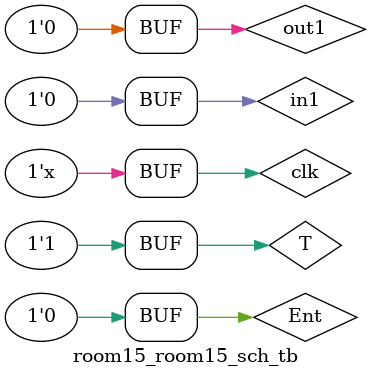
<source format=v>

`timescale 1ns / 1ps

module room15_room15_sch_tb();

// Inputs
   reg T;
   reg Ent;
   reg out1;
   reg in1;
   reg clk;

// Output
   wire close;
   wire q0_debug;
   wire q1_debug;
   wire q2_debug;
   wire q3_debug;
   wire open1;
   wire Enable_debug;
   wire U_debug;

// Bidirs

// Instantiate the UUT
   room15 UUT (
		.close(close), 
		.q0_debug(q0_debug), 
		.q1_debug(q1_debug), 
		.q2_debug(q2_debug), 
		.q3_debug(q3_debug), 
		.T(T), 
		.Ent(Ent), 
		.open1(open1), 
		.out1(out1), 
		.in1(in1), 
		.clk(clk), 
		.Enable_debug(Enable_debug), 
		.U_debug(U_debug)
   );
// Initialize Inputs
	always #5 clk = ~clk;
	
	initial begin
	T = 0;
	Ent = 0;
	out1 = 0;
	in1 = 0;
	clk = 0;
	#50
	
	Ent = 1; #20 Ent = 0; #20
	in1 = 1; #10 in1 = 0; #10
	
	T = 1;
	Ent = 1; #20 Ent = 0; #20;
	in1 = 1; #10 in1 = 0; #10;
	
	out1 = 1; #10 out1 = 0; #10;
	
	out1 = 1; #10 out1 = 0; #10;
	
	Ent = 1; #20 Ent = 0;
	#10 in1 = 1; #10 in1 = 0;
	#10 in1 = 1; #10 in1 = 0;
	#10 in1 = 1; #10 in1 = 0;
	#10 in1 = 1; #10 in1 = 0;
	#10 in1 = 1; #10 in1 = 0;
	#10 in1 = 1; #10 in1 = 0;
	#10 in1 = 1; #10 in1 = 0;
	#10 in1 = 1; #10 in1 = 0;
	#10 in1 = 1; #10 in1 = 0;
	#10 in1 = 1; #10 in1 = 0;
	#10 in1 = 1; #10 in1 = 0;
	#10 in1 = 1; #10 in1 = 0;
	#10 in1 = 1; #10 in1 = 0;
	#10 in1 = 1; #10 in1 = 0;
	#10 in1 = 1; #10 in1 = 0;
	
	#20 Ent = 1; #20 Ent = 0;
	
	end
endmodule

</source>
